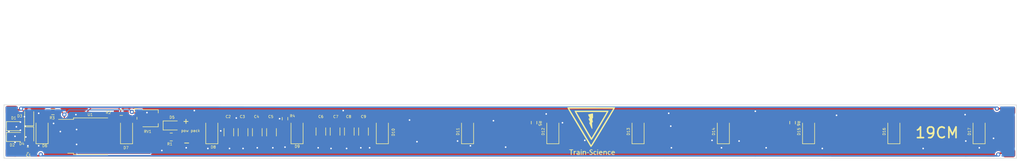
<source format=kicad_pcb>
(kicad_pcb (version 20221018) (generator pcbnew)
  (layers (0 "F.Cu" signal) (31 "B.Cu" signal) (34 "B.Paste" user) (35 "F.Paste" user) (36 "B.SilkS" user "B.Silkscreen") (37 "F.SilkS" user "F.Silkscreen") (38 "B.Mask" user) (39 "F.Mask" user) (44 "Edge.Cuts" user))
  (net 0 "")
  (net 1 "AC1")
  (net 2 "AC2")
  (net 3 "Net-(D5-A)")
  (net 4 "VCC")
  (net 5 "GND")
  (net 6 "Net-(D10-A)")
  (net 7 "Net-(D9-A)")
  (net 8 "Net-(D7-K)")
  (net 9 "Net-(D12-K)")
  (net 10 "Net-(D13-K)")
  (net 11 "/Vled")
  (net 12 "Net-(R2-Pad2)")
  (net 13 "Net-(U1-VO)")
  (net 14 "Net-(D6-K)")
  (net 15 "Net-(D6-A)")
  (net 16 "Net-(D10-K)")
  (net 17 "Net-(D12-A)")
  (net 18 "Net-(D15-K)")
  (net 19 "Net-(D15-A)")
  (net 20 "Net-(D16-K)")
  (footprint "Capacitor_SMD:C_0603_1608Metric" (layer "F.Cu") (at 22.479 98.425 180)
    (fp_text reference "C1" (at -0.127 -1.016 unlocked) (layer "F.SilkS") (effects (font (size 0.5 0.5) (thickness 0.075))))
    (fp_text value "100nF")
    (pad "1" smd roundrect (at -0.775 0 180) (size 0.9 0.95) (layers "F.Cu" "F.Paste" "F.Mask") (net 4 "VCC"))
    (pad "2" smd roundrect (at 0.775 0 180) (size 0.9 0.95) (layers "F.Cu" "F.Paste" "F.Mask") (net 5 "GND"))
  )
  (footprint "" (layer "F.Cu") (at 19.431 98.933)
    (fp_text reference "" (at 0 0 unlocked) (layer "F.SilkS") (effects (font (size 0.5 0.5) (thickness 0.075))))
    (fp_text value "" (at 0 0 unlocked) (layer "F.SilkS") (effects (font (size 0.5 0.5) (thickness 0.075))))
    (pad "1" smd roundrect (at 0 0 180) (size 2.286 1.524) (layers "F.Cu" "F.Paste" "F.Mask") (net 1 "AC1"))
  )
  (footprint "Capacitor_SMD:C_1206_3216Metric" (layer "F.Cu") (at 82.804 94.996 -90)
    (fp_text reference "C8" (at -2.794 0.127 unlocked) (layer "F.SilkS") (effects (font (size 0.5 0.5) (thickness 0.075))))
    (fp_text value "22uF")
    (pad "1" smd roundrect (at -1.475 0 270) (size 1.15 1.8) (layers "F.Cu" "F.Paste" "F.Mask") (roundrect_rratio 0.2173913043) (net 3 "Net-(D5-A)"))
    (pad "2" smd roundrect (at 1.475 0 270) (size 1.15 1.8) (layers "F.Cu" "F.Paste" "F.Mask") (roundrect_rratio 0.2173913043) (net 5 "GND"))
  )
  (footprint "LED_SMD:LED_1206_3216Metric" (layer "F.Cu") (at 41 95 90)
    (fp_text reference "D7" (at -3.044 -0.106 unlocked) (layer "F.SilkS") (effects (font (size 0.5 0.5) (thickness 0.075))))
    (fp_text value "LED")
    (pad "1" smd roundrect (at -1.4 0 90) (size 1.25 1.75) (layers "F.Cu" "F.Paste" "F.Mask") (roundrect_rratio 0.2) (net 8 "Net-(D7-K)"))
    (pad "2" smd roundrect (at 1.4 0 90) (size 1.25 1.75) (layers "F.Cu" "F.Paste" "F.Mask") (roundrect_rratio 0.2) (net 14 "Net-(D6-K)"))
  )
  (footprint "LED_SMD:LED_1206_3216Metric" (layer "F.Cu") (at 73 95 90)
    (fp_text reference "D9" (at -2.79 0.025 unlocked) (layer "F.SilkS") (effects (font (size 0.5 0.5) (thickness 0.075))))
    (fp_text value "LED")
    (pad "1" smd roundrect (at -1.4 0 90) (size 1.25 1.75) (layers "F.Cu" "F.Paste" "F.Mask") (roundrect_rratio 0.2) (net 6 "Net-(D10-A)"))
    (pad "2" smd roundrect (at 1.4 0 90) (size 1.25 1.75) (layers "F.Cu" "F.Paste" "F.Mask") (roundrect_rratio 0.2) (net 7 "Net-(D9-A)"))
  )
  (footprint "custom_kicad_lib_sk:Train-Science logo small" (layer "F.Cu") (at 128.27 94.996)
    (fp_text reference "G***" hide)
    (fp_text value "LOGO" hide)
  )
  (footprint "" (layer "F.Cu") (at 19.431 90.932)
    (fp_text reference "AC2" hide)
    (fp_text value "" (at 0 0 unlocked) (layer "F.SilkS") (effects (font (size 0.5 0.5) (thickness 0.075))))
    (pad "1" smd roundrect (at 0 0 180) (size 2.286 1.524) (layers "F.Cu" "F.Paste" "F.Mask") (net 2 "AC2"))
  )
  (footprint "custom_kicad_lib_sk:R_0603_smalltext" (layer "F.Cu") (at 27.178 91.313 180)
    (fp_text reference "R3" (at 0.15 -1.125 unlocked) (layer "F.SilkS") (effects (font (size 0.5 0.5) (thickness 0.075))))
    (fp_text value "10R")
    (pad "1" smd roundrect (at -0.9125 0 180) (size 0.975 0.95) (layers "F.Cu" "F.Paste" "F.Mask") (net 11 "/Vled"))
    (pad "2" smd roundrect (at 0.9125 0 180) (size 0.975 0.95) (layers "F.Cu" "F.Paste" "F.Mask") (net 15 "Net-(D6-A)"))
  )
  (footprint "custom_kicad_lib_sk:R_0603_smalltext" (layer "F.Cu") (at 165.989 93.3215 -90)
    (fp_text reference "R6" (at 0.15 -1.125 -90 unlocked) (layer "F.SilkS") (effects (font (size 0.5 0.5) (thickness 0.075))))
    (fp_text value "10R")
    (pad "1" smd roundrect (at -0.9125 0 270) (size 0.975 0.95) (layers "F.Cu" "F.Paste" "F.Mask") (net 11 "/Vled"))
    (pad "2" smd roundrect (at 0.9125 0 270) (size 0.975 0.95) (layers "F.Cu" "F.Paste" "F.Mask") (net 19 "Net-(D15-A)"))
  )
  (footprint "Capacitor_SMD:C_1206_3216Metric" (layer "F.Cu") (at 77.47 94.996 -90)
    (fp_text reference "C6" (at -2.794 0 unlocked) (layer "F.SilkS") (effects (font (size 0.5 0.5) (thickness 0.075))))
    (fp_text value "22uF")
    (pad "1" smd roundrect (at -1.475 0 270) (size 1.15 1.8) (layers "F.Cu" "F.Paste" "F.Mask") (roundrect_rratio 0.2173913043) (net 3 "Net-(D5-A)"))
    (pad "2" smd roundrect (at 1.475 0 270) (size 1.15 1.8) (layers "F.Cu" "F.Paste" "F.Mask") (roundrect_rratio 0.2173913043) (net 5 "GND"))
  )
  (footprint "" (layer "F.Cu") (at 206.629 91.059)
    (fp_text reference "" (at 0 0 unlocked) (layer "F.SilkS") (effects (font (size 0.5 0.5) (thickness 0.075))))
    (fp_text value "" (at 0 0 unlocked) (layer "F.SilkS") (effects (font (size 0.5 0.5) (thickness 0.075))))
    (pad "1" smd roundrect (at 0 0 180) (size 2.286 1.524) (layers "F.Cu" "F.Paste" "F.Mask") (net 2 "AC2"))
  )
  (footprint "LED_SMD:LED_1206_3216Metric" (layer "F.Cu") (at 25.146 94.996 90)
    (fp_text reference "D6" (at -2.667 0.508 unlocked) (layer "F.SilkS") (effects (font (size 0.5 0.5) (thickness 0.075))))
    (fp_text value "LED")
    (pad "1" smd roundrect (at -1.4 0 90) (size 1.25 1.75) (layers "F.Cu" "F.Paste" "F.Mask") (roundrect_rratio 0.2) (net 14 "Net-(D6-K)"))
    (pad "2" smd roundrect (at 1.4 0 90) (size 1.25 1.75) (layers "F.Cu" "F.Paste" "F.Mask") (roundrect_rratio 0.2) (net 15 "Net-(D6-A)"))
  )
  (footprint "LED_SMD:LED_1206_3216Metric" (layer "F.Cu") (at 121 95 90)
    (fp_text reference "D12" (at 0 -1.82 90 unlocked) (layer "F.SilkS") (effects (font (size 0.5 0.5) (thickness 0.075))))
    (fp_text value "LED")
    (pad "1" smd roundrect (at -1.4 0 90) (size 1.25 1.75) (layers "F.Cu" "F.Paste" "F.Mask") (roundrect_rratio 0.2) (net 9 "Net-(D12-K)"))
    (pad "2" smd roundrect (at 1.4 0 90) (size 1.25 1.75) (layers "F.Cu" "F.Paste" "F.Mask") (roundrect_rratio 0.2) (net 17 "Net-(D12-A)"))
  )
  (footprint "Capacitor_SMD:C_1206_3216Metric" (layer "F.Cu") (at 85.471 94.996 -90)
    (fp_text reference "C9" (at -2.794 0 unlocked) (layer "F.SilkS") (effects (font (size 0.5 0.5) (thickness 0.075))))
    (fp_text value "22uF")
    (pad "1" smd roundrect (at -1.475 0 270) (size 1.15 1.8) (layers "F.Cu" "F.Paste" "F.Mask") (roundrect_rratio 0.2173913043) (net 3 "Net-(D5-A)"))
    (pad "2" smd roundrect (at 1.475 0 270) (size 1.15 1.8) (layers "F.Cu" "F.Paste" "F.Mask") (roundrect_rratio 0.2173913043) (net 5 "GND"))
  )
  (footprint "" (layer "F.Cu") (at 206.629 99.06)
    (fp_text reference "" (at 0 0 unlocked) (layer "F.SilkS") (effects (font (size 0.5 0.5) (thickness 0.075))))
    (fp_text value "" (at 0 0 unlocked) (layer "F.SilkS") (effects (font (size 0.5 0.5) (thickness 0.075))))
    (pad "1" smd roundrect (at 0 0 180) (size 2.286 1.524) (layers "F.Cu" "F.Paste" "F.Mask") (net 1 "AC1"))
  )
  (footprint "custom_kicad_lib_sk:R_0603_smalltext" (layer "F.Cu") (at 117.475 93.3215 -90)
    (fp_text reference "R5" (at 0.15 -1.125 -90 unlocked) (layer "F.SilkS") (effects (font (size 0.5 0.5) (thickness 0.075))))
    (fp_text value "10R")
    (pad "1" smd roundrect (at -0.9125 0 270) (size 0.975 0.95) (layers "F.Cu" "F.Paste" "F.Mask") (net 11 "/Vled"))
    (pad "2" smd roundrect (at 0.9125 0 270) (size 0.975 0.95) (layers "F.Cu" "F.Paste" "F.Mask") (net 17 "Net-(D12-A)"))
  )
  (footprint "Diode_SMD:D_SOD-323" (layer "F.Cu") (at 22.733 92.295 90)
    (fp_text reference "D3" (at 0.22 -1.778 unlocked) (layer "F.SilkS") (effects (font (size 0.5 0.5) (thickness 0.075))))
    (fp_text value "1N4148WS")
    (pad "1" smd roundrect (at -1.05 0 90) (size 0.6 0.45) (layers "F.Cu" "F.Paste" "F.Mask") (net 4 "VCC"))
    (pad "2" smd roundrect (at 1.05 0 90) (size 0.6 0.45) (layers "F.Cu" "F.Paste" "F.Mask") (net 2 "AC2"))
  )
  (footprint "LED_SMD:LED_1206_3216Metric" (layer "F.Cu") (at 57 95 90)
    (fp_text reference "D8" (at -2.917 0.277 unlocked) (layer "F.SilkS") (effects (font (size 0.5 0.5) (thickness 0.075))))
    (fp_text value "LED")
    (pad "1" smd roundrect (at -1.4 0 90) (size 1.25 1.75) (layers "F.Cu" "F.Paste" "F.Mask") (roundrect_rratio 0.2) (net 5 "GND"))
    (pad "2" smd roundrect (at 1.4 0 90) (size 1.25 1.75) (layers "F.Cu" "F.Paste" "F.Mask") (roundrect_rratio 0.2) (net 8 "Net-(D7-K)"))
  )
  (footprint "Diode_SMD:D_SOD-323" (layer "F.Cu") (at 49.48 93.853)
    (fp_text reference "D5" (at 0.05 -1.524 unlocked) (layer "F.SilkS") (effects (font (size 0.5 0.5) (thickness 0.075))))
    (fp_text value "1N4148WS")
    (pad "1" smd roundrect (at -1.05 0) (size 0.6 0.45) (layers "F.Cu" "F.Paste" "F.Mask") (net 4 "VCC"))
    (pad "2" smd roundrect (at 1.05 0) (size 0.6 0.45) (layers "F.Cu" "F.Paste" "F.Mask") (net 3 "Net-(D5-A)"))
  )
  (footprint "LED_SMD:LED_1206_3216Metric" (layer "F.Cu") (at 169 95 90)
    (fp_text reference "D15" (at 0 -1.82 90 unlocked) (layer "F.SilkS") (effects (font (size 0.5 0.5) (thickness 0.075))))
    (fp_text value "LED")
    (pad "1" smd roundrect (at -1.4 0 90) (size 1.25 1.75) (layers "F.Cu" "F.Paste" "F.Mask") (roundrect_rratio 0.2) (net 18 "Net-(D15-K)"))
    (pad "2" smd roundrect (at 1.4 0 90) (size 1.25 1.75) (layers "F.Cu" "F.Paste" "F.Mask") (roundrect_rratio 0.2) (net 19 "Net-(D15-A)"))
  )
  (footprint "Capacitor_SMD:C_1206_3216Metric" (layer "F.Cu") (at 65.532 95.123 -90)
    (fp_text reference "C4" (at -2.921 0.127 unlocked) (layer "F.SilkS") (effects (font (size 0.5 0.5) (thickness 0.075))))
    (fp_text value "22uF")
    (pad "1" smd roundrect (at -1.475 0 270) (size 1.15 1.8) (layers "F.Cu" "F.Paste" "F.Mask") (roundrect_rratio 0.2173913043) (net 3 "Net-(D5-A)"))
    (pad "2" smd roundrect (at 1.475 0 270) (size 1.15 1.8) (layers "F.Cu" "F.Paste" "F.Mask") (roundrect_rratio 0.2173913043) (net 5 "GND"))
  )
  (footprint "Diode_SMD:D_SOD-323" (layer "F.Cu") (at 20.066 93.98)
    (fp_text reference "D1" (at -0.254 -1.524 unlocked) (layer "F.SilkS") (effects (font (size 0.5 0.5) (thickness 0.075))))
    (fp_text value "1N4148WS")
    (pad "1" smd roundrect (at -1.05 0) (size 0.6 0.45) (layers "F.Cu" "F.Paste" "F.Mask") (net 2 "AC2"))
    (pad "2" smd roundrect (at 1.05 0) (size 0.6 0.45) (layers "F.Cu" "F.Paste" "F.Mask") (net 5 "GND"))
  )
  (footprint "LED_SMD:LED_1206_3216Metric" (layer "F.Cu") (at 201 95 90)
    (fp_text reference "D17" (at 0 -1.82 90 unlocked) (layer "F.SilkS") (effects (font (size 0.5 0.5) (thickness 0.075))))
    (fp_text value "LED")
    (pad "1" smd roundrect (at -1.4 0 90) (size 1.25 1.75) (layers "F.Cu" "F.Paste" "F.Mask") (roundrect_rratio 0.2) (net 5 "GND"))
    (pad "2" smd roundrect (at 1.4 0 90) (size 1.25 1.75) (layers "F.Cu" "F.Paste" "F.Mask") (roundrect_rratio 0.2) (net 20 "Net-(D16-K)"))
  )
  (footprint "Package_TO_SOT_SMD:TO-252-2" (layer "F.Cu") (at 34.368 95.885)
    (fp_text reference "U1" (at -0.205 -4.064 unlocked) (layer "F.SilkS") (effects (font (size 0.5 0.5) (thickness 0.075))))
    (fp_text value "LM317_TO-252")
    (pad "1" smd roundrect (at -5.04 -2.28) (size 2.2 1.2) (layers "F.Cu" "F.Paste" "F.Mask") (roundrect_rratio 0.2083333333) (net 11 "/Vled"))
    (pad "2" smd roundrect (at -0.415 -1.525) (size 3.05 2.75) (layers "F.Cu" "F.Paste") (roundrect_rratio 0.09090909091) (net 13 "Net-(U1-VO)"))
    (pad "2" smd roundrect (at -0.415 1.525) (size 3.05 2.75) (layers "F.Cu" "F.Paste") (roundrect_rratio 0.09090909091) (net 13 "Net-(U1-VO)"))
    (pad "2" smd roundrect (at 1.26 0) (size 6.4 5.8) (layers "F.Cu" "F.Mask") (roundrect_rratio 0.04310293103) (net 13 "Net-(U1-VO)"))
    (pad "2" smd roundrect (at 2.935 -1.525) (size 3.05 2.75) (layers "F.Cu" "F.Paste") (roundrect_rratio 0.09090909091) (net 13 "Net-(U1-VO)"))
    (pad "2" smd roundrect (at 2.935 1.525) (size 3.05 2.75) (layers "F.Cu" "F.Paste") (roundrect_rratio 0.09090909091) (net 13 "Net-(U1-VO)"))
    (pad "3" smd roundrect (at -5.04 2.28) (size 2.2 1.2) (layers "F.Cu" "F.Paste" "F.Mask") (roundrect_rratio 0.2083333333) (net 4 "VCC"))
  )
  (footprint "LED_SMD:LED_1206_3216Metric" (layer "F.Cu") (at 89 95 90)
    (fp_text reference "D10" (at -0.123 2.059 90 unlocked) (layer "F.SilkS") (effects (font (size 0.5 0.5) (thickness 0.075))))
    (fp_text value "LED")
    (pad "1" smd roundrect (at -1.4 0 90) (size 1.25 1.75) (layers "F.Cu" "F.Paste" "F.Mask") (roundrect_rratio 0.2) (net 16 "Net-(D10-K)"))
    (pad "2" smd roundrect (at 1.4 0 90) (size 1.25 1.75) (layers "F.Cu" "F.Paste" "F.Mask") (roundrect_rratio 0.2) (net 6 "Net-(D10-A)"))
  )
  (footprint "" (layer "F.Cu") (at 54.253727 97.108918)
    (fp_text reference "" (at 0 0) (layer "F.SilkS") (effects (font (size 1.27 1.27))))
    (fp_text value "" (at 0 0) (layer "F.SilkS") (effects (font (size 1.27 1.27))))
    (pad "1" smd roundrect (at 0 0 180) (size 2.286 1.524) (layers "F.Cu" "F.Paste" "F.Mask") (net 5 "GND"))
  )
  (footprint "Diode_SMD:D_SOD-323" (layer "F.Cu") (at 22.733 95.724 -90)
    (fp_text reference "D4" (at 1.558 1.397 unlocked) (layer "F.SilkS") (effects (font (size 0.5 0.5) (thickness 0.075))))
    (fp_text value "1N4148WS")
    (pad "1" smd roundrect (at -1.05 0 270) (size 0.6 0.45) (layers "F.Cu" "F.Paste" "F.Mask") (net 4 "VCC"))
    (pad "2" smd roundrect (at 1.05 0 270) (size 0.6 0.45) (layers "F.Cu" "F.Paste" "F.Mask") (net 1 "AC1"))
  )
  (footprint "LED_SMD:LED_1206_3216Metric" (layer "F.Cu") (at 137 95 90)
    (fp_text reference "D13" (at 0 -1.82 90 unlocked) (layer "F.SilkS") (effects (font (size 0.5 0.5) (thickness 0.075))))
    (fp_text value "LED")
    (pad "1" smd roundrect (at -1.4 0 90) (size 1.25 1.75) (layers "F.Cu" "F.Paste" "F.Mask") (roundrect_rratio 0.2) (net 10 "Net-(D13-K)"))
    (pad "2" smd roundrect (at 1.4 0 90) (size 1.25 1.75) (layers "F.Cu" "F.Paste" "F.Mask") (roundrect_rratio 0.2) (net 9 "Net-(D12-K)"))
  )
  (footprint "custom_kicad_lib_sk:R_0603_smalltext" (layer "F.Cu") (at 40.005 91.44)
    (fp_text reference "R2" (at -2.413 0 unlocked) (layer "F.SilkS") (effects (font (size 0.5 0.5) (thickness 0.075))))
    (fp_text value "100R")
    (pad "1" smd roundrect (at -0.9125 0) (size 0.975 0.95) (layers "F.Cu" "F.Paste" "F.Mask") (net 13 "Net-(U1-VO)"))
    (pad "2" smd roundrect (at 0.9125 0) (size 0.975 0.95) (layers "F.Cu" "F.Paste" "F.Mask") (net 12 "Net-(R2-Pad2)"))
  )
  (footprint "Diode_SMD:D_SOD-323" (layer "F.Cu") (at 20.066 96.012)
    (fp_text reference "D2" (at -0.508 1.524 unlocked) (layer "F.SilkS") (effects (font (size 0.5 0.5) (thickness 0.075))))
    (fp_text value "1N4148WS")
    (pad "1" smd roundrect (at -1.05 0) (size 0.6 0.45) (layers "F.Cu" "F.Paste" "F.Mask") (net 1 "AC1"))
    (pad "2" smd roundrect (at 1.05 0) (size 0.6 0.45) (layers "F.Cu" "F.Paste" "F.Mask") (net 5 "GND"))
  )
  (footprint "Capacitor_SMD:C_1206_3216Metric" (layer "F.Cu") (at 68.199 95.123 -90)
    (fp_text reference "C5" (at -2.921 0.127 unlocked) (layer "F.SilkS") (effects (font (size 0.5 0.5) (thickness 0.075))))
    (fp_text value "22uF")
    (pad "1" smd roundrect (at -1.475 0 270) (size 1.15 1.8) (layers "F.Cu" "F.Paste" "F.Mask") (roundrect_rratio 0.2173913043) (net 3 "Net-(D5-A)"))
    (pad "2" smd roundrect (at 1.475 0 270) (size 1.15 1.8) (layers "F.Cu" "F.Paste" "F.Mask") (roundrect_rratio 0.2173913043) (net 5 "GND"))
  )
  (footprint "LED_SMD:LED_1206_3216Metric" (layer "F.Cu") (at 153 95 90)
    (fp_text reference "D14" (at 0 -1.82 90 unlocked) (layer "F.SilkS") (effects (font (size 0.5 0.5) (thickness 0.075))))
    (fp_text value "LED")
    (pad "1" smd roundrect (at -1.4 0 90) (size 1.25 1.75) (layers "F.Cu" "F.Paste" "F.Mask") (roundrect_rratio 0.2) (net 5 "GND"))
    (pad "2" smd roundrect (at 1.4 0 90) (size 1.25 1.75) (layers "F.Cu" "F.Paste" "F.Mask") (roundrect_rratio 0.2) (net 10 "Net-(D13-K)"))
  )
  (footprint "Potentiometer_SMD:Potentiometer_Bourns_TC33X_Vertical" (layer "F.Cu") (at 45.05 92.5)
    (fp_text reference "RV1" (at -0.092 2.496 unlocked) (layer "F.SilkS") (effects (font (size 0.5 0.5) (thickness 0.075))))
    (fp_text value "200R")
    (pad "1" smd rect (at -1.8 -1) (size 1.2 1.2) (layers "F.Cu" "F.Paste" "F.Mask") (net 11 "/Vled"))
    (pad "2" smd rect (at 1.45 0) (size 1.5 1.6) (layers "F.Cu" "F.Paste" "F.Mask") (net 11 "/Vled"))
    (pad "3" smd rect (at -1.8 1) (size 1.2 1.2) (layers "F.Cu" "F.Paste" "F.Mask") (net 12 "Net-(R2-Pad2)"))
  )
  (footprint "custom_kicad_lib_sk:R_0805_handsolder-smalltext" (layer "F.Cu") (at 49.387 96.012 180)
    (fp_text reference "R1" (at 0.275 -1.325 unlocked) (layer "F.SilkS") (effects (font (size 0.5 0.5) (thickness 0.075))))
    (fp_text value "100R")
    (pad "1" smd roundrect (at -1 0 180) (size 1.2 1.4) (layers "F.Cu" "F.Paste" "F.Mask") (roundrect_rratio 0.2083333333) (net 3 "Net-(D5-A)"))
    (pad "2" smd roundrect (at 1 0 180) (size 1.2 1.4) (layers "F.Cu" "F.Paste" "F.Mask") (roundrect_rratio 0.2083333333) (net 4 "VCC"))
  )
  (footprint "custom_kicad_lib_sk:R_0603_smalltext" (layer "F.Cu") (at 70.739 92.583 -90)
    (fp_text reference "R4" (at -0.508 -1.397 unlocked) (layer "F.SilkS") (effects (font (size 0.5 0.5) (thickness 0.075))))
    (fp_text value "10R")
    (pad "1" smd roundrect (at -0.9125 0 270) (size 0.975 0.95) (layers "F.Cu" "F.Paste" "F.Mask") (net 11 "/Vled"))
    (pad "2" smd roundrect (at 0.9125 0 270) (size 0.975 0.95) (layers "F.Cu" "F.Paste" "F.Mask") (net 7 "Net-(D9-A)"))
  )
  (footprint "" (layer "F.Cu") (at 54.102 93.091)
    (fp_text reference "" (at 0 0) (layer "F.SilkS") (effects (font (size 1.27 1.27))))
    (fp_text value "" (at 0 0) (layer "F.SilkS") (effects (font (size 1.27 1.27))))
    (pad "1" smd roundrect (at 0 0 180) (size 2.286 1.524) (layers "F.Cu" "F.Paste" "F.Mask") (net 3 "Net-(D5-A)"))
  )
  (footprint "Capacitor_SMD:C_1206_3216Metric" (layer "F.Cu") (at 62.865 95.123 -90)
    (fp_text reference "C3" (at -2.921 0.127 unlocked) (layer "F.SilkS") (effects (font (size 0.5 0.5) (thickness 0.075))))
    (fp_text value "22uF")
    (pad "1" smd roundrect (at -1.475 0 270) (size 1.15 1.8) (layers "F.Cu" "F.Paste" "F.Mask") (roundrect_rratio 0.2173913043) (net 3 "Net-(D5-A)"))
    (pad "2" smd roundrect (at 1.475 0 270) (size 1.15 1.8) (layers "F.Cu" "F.Paste" "F.Mask") (roundrect_rratio 0.2173913043) (net 5 "GND"))
  )
  (footprint "LED_SMD:LED_1206_3216Metric" (layer "F.Cu") (at 105 95 90)
    (fp_text reference "D11" (at 0 -1.82 90 unlocked) (layer "F.SilkS") (effects (font (size 0.5 0.5) (thickness 0.075))))
    (fp_text value "LED")
    (pad "1" smd roundrect (at -1.4 0 90) (size 1.25 1.75) (layers "F.Cu" "F.Paste" "F.Mask") (roundrect_rratio 0.2) (net 5 "GND"))
    (pad "2" smd roundrect (at 1.4 0 90) (size 1.25 1.75) (layers "F.Cu" "F.Paste" "F.Mask") (roundrect_rratio 0.2) (net 16 "Net-(D10-K)"))
  )
  (footprint "Capacitor_SMD:C_1206_3216Metric" (layer "F.Cu") (at 80.137 94.996 -90)
    (fp_text reference "C7" (at -2.794 -0.127 unlocked) (layer "F.SilkS") (effects (font (size 0.5 0.5) (thickness 0.075))))
    (fp_text value "22uF")
    (pad "1" smd roundrect (at -1.475 0 270) (size 1.15 1.8) (layers "F.Cu" "F.Paste" "F.Mask") (roundrect_rratio 0.2173913043) (net 3 "Net-(D5-A)"))
    (pad "2" smd roundrect (at 1.475 0 270) (size 1.15 1.8) (layers "F.Cu" "F.Paste" "F.Mask") (roundrect_rratio 0.2173913043) (net 5 "GND"))
  )
  (footprint "LED_SMD:LED_1206_3216Metric" (layer "F.Cu") (at 185 95 90)
    (fp_text reference "D16" (at 0 -1.82 90 unlocked) (layer "F.SilkS") (effects (font (size 0.5 0.5) (thickness 0.075))))
    (fp_text value "LED")
    (pad "1" smd roundrect (at -1.4 0 90) (size 1.25 1.75) (layers "F.Cu" "F.Paste" "F.Mask") (roundrect_rratio 0.2) (net 20 "Net-(D16-K)"))
    (pad "2" smd roundrect (at 1.4 0 90) (size 1.25 1.75) (layers "F.Cu" "F.Paste" "F.Mask") (roundrect_rratio 0.2) (net 18 "Net-(D15-K)"))
  )
  (footprint "Capacitor_SMD:C_1206_3216Metric" (layer "F.Cu") (at 60.198 95.123 -90)
    (fp_text reference "C2" (at -2.921 0.127 unlocked) (layer "F.SilkS") (effects (font (size 0.5 0.5) (thickness 0.075))))
    (fp_text value "22uF")
    (pad "1" smd roundrect (at -1.475 0 270) (size 1.15 1.8) (layers "F.Cu" "F.Paste" "F.Mask") (roundrect_rratio 0.2173913043) (net 3 "Net-(D5-A)"))
    (pad "2" smd roundrect (at 1.475 0 270) (size 1.15 1.8) (layers "F.Cu" "F.Paste" "F.Mask") (roundrect_rratio 0.2173913043) (net 5 "GND"))
  )
  (gr_line (start 142 99.987) (end 18 99.987) (stroke (width 0.1)) (layer "Edge.Cuts"))
  (gr_line (start 18 89.987) (end 18 99.987) (stroke (width 0.1)) (layer "Edge.Cuts"))
  (gr_line (start 208 100) (end 208 90) (stroke (width 0.1)) (layer "Edge.Cuts"))
  (gr_line (start 208 100) (end 142 99.987) (stroke (width 0.1)) (layer "Edge.Cuts"))
  (gr_line (start 208 90) (end 18 89.987) (stroke (width 0.1)) (layer "Edge.Cuts"))
  (gr_text "pow pack" (at 51.181 95.123) (layer "F.SilkS") (effects (font (size 0.5 0.5) (thickness 0.075)) (justify left bottom)))
  (gr_text "-" (at 51.562 97.663) (layer "F.SilkS") (effects (font (size 1 1)) (justify left bottom)))
  (gr_text "19CM" (at 188.849 96.393) (layer "F.SilkS") (effects (font (size 2 2) (thickness 0.3)) (justify left bottom)))
  (gr_text "+" (at 51.435 93.599) (layer "F.SilkS") (effects (font (size 1 1)) (justify left bottom)))
  (segment (start 20.035 99.537) (end 19.431 98.933) (width 0.3) (layer "F.Cu") (net 1))
  (segment (start 21.844 96.774) (end 19.685 98.933) (width 0.2) (layer "F.Cu") (net 1))
  (segment (start 22.733 96.774) (end 21.844 96.774) (width 0.2) (layer "F.Cu") (net 1))
  (segment (start 204.836883 99.06) (end 204.597053 99.29983) (width 0.3) (layer "F.Cu") (net 1))
  (segment (start 19.016 98.518) (end 19.431 98.933) (width 0.2) (layer "F.Cu") (net 1))
  (segment (start 19.685 98.933) (end 19.431 98.933) (width 0.2) (layer "F.Cu") (net 1))
  (segment (start 19.016 96.012) (end 19.016 98.518) (width 0.2) (layer "F.Cu") (net 1))
  (segment (start 24.892 99.2875) (end 24.6425 99.537) (width 0.3) (layer "F.Cu") (net 1))
  (segment (start 206.629 99.06) (end 204.836883 99.06) (width 0.3) (layer "F.Cu") (net 1))
  (segment (start 24.6425 99.537) (end 20.035 99.537) (width 0.3) (layer "F.Cu") (net 1))
  (via (at 204.597053 99.29983) (size 0.8) (drill 0.4) (layers "F.Cu" "B.Cu") (net 1))
  (via (at 24.892 99.2875) (size 0.8) (drill 0.4) (layers "F.Cu" "B.Cu") (net 1))
  (segment (start 68.199 99.537) (end 34.29 99.537) (width 0.3) (layer "B.Cu") (net 1))
  (segment (start 25.527 99.537) (end 25.1415 99.537) (width 0.3) (layer "B.Cu") (net 1))
  (segment (start 204.597053 99.29983) (end 204.347624 99.549259) (width 0.3) (layer "B.Cu") (net 1))
  (segment (start 25.1415 99.537) (end 24.892 99.2875) (width 0.3) (layer "B.Cu") (net 1))
  (segment (start 198.501129 99.54813) (end 159.004381 99.540349) (width 0.3) (layer "B.Cu") (net 1))
  (segment (start 159.001032 99.537) (end 108.839 99.537) (width 0.3) (layer "B.Cu") (net 1))
  (segment (start 204.347624 99.549259) (end 204.234741 99.549259) (width 0.3) (layer "B.Cu") (net 1))
  (segment (start 34.29 99.537) (end 25.527 99.537) (width 0.3) (layer "B.Cu") (net 1))
  (segment (start 159.004381 99.540349) (end 159.001032 99.537) (width 0.3) (layer "B.Cu") (net 1))
  (segment (start 108.839 99.537) (end 68.199 99.537) (width 0.3) (layer "B.Cu") (net 1))
  (segment (start 204.234741 99.549259) (end 198.501129 99.54813) (width 0.3) (layer "B.Cu") (net 1))
  (segment (start 21.767262 91.245) (end 21.208982 90.68672) (width 0.2) (layer "F.Cu") (net 2))
  (segment (start 20.963702 90.932) (end 21.208982 90.68672) (width 0.3) (layer "F.Cu") (net 2))
  (segment (start 19.431 90.932) (end 20.963702 90.932) (width 0.3) (layer "F.Cu") (net 2))
  (segment (start 19.016 93.98) (end 19.431 93.565) (width 0.2) (layer "F.Cu") (net 2))
  (segment (start 22.733 91.245) (end 21.767262 91.245) (width 0.2) (layer "F.Cu") (net 2))
  (segment (start 19.431 93.565) (end 19.431 90.932) (width 0.2) (layer "F.Cu") (net 2))
  (segment (start 206.26925 90.69925) (end 206.629 91.059) (width 0.3) (layer "F.Cu") (net 2))
  (segment (start 204.342963 90.69925) (end 206.26925 90.69925) (width 0.3) (layer "F.Cu") (net 2))
  (via (at 21.208982 90.68672) (size 0.8) (drill 0.4) (layers "F.Cu" "B.Cu") (net 2))
  (via (at 204.342963 90.69925) (size 0.8) (drill 0.4) (layers "F.Cu" "B.Cu") (net 2))
  (segment (start 28.180304 90.437696) (end 31.495982 90.437922) (width 0.3) (layer "B.Cu") (net 2))
  (segment (start 31.495982 90.437922) (end 80.263929 90.441259) (width 0.3) (layer "B.Cu") (net 2))
  (segment (start 99.186921 90.442554) (end 155.955929 90.446439) (width 0.3) (layer "B.Cu") (net 2))
  (segment (start 204.093393 90.44968) (end 204.342963 90.69925) (width 0.3) (layer "B.Cu") (net 2))
  (segment (start 155.955929 90.446439) (end 188.721937 90.448681) (width 0.3) (layer "B.Cu") (net 2))
  (segment (start 21.458006 90.437696) (end 28.180304 90.437696) (width 0.3) (layer "B.Cu") (net 2))
  (segment (start 80.263929 90.441259) (end 99.186921 90.442554) (width 0.3) (layer "B.Cu") (net 2))
  (segment (start 188.721937 90.448681) (end 203.32692 90.44968) (width 0.3) (layer "B.Cu") (net 2))
  (segment (start 203.32692 90.44968) (end 204.093393 90.44968) (width 0.3) (layer "B.Cu") (net 2))
  (segment (start 21.208982 90.68672) (end 21.458006 90.437696) (width 0.3) (layer "B.Cu") (net 2))
  (segment (start 68.404 93.853) (end 69.342 93.853) (width 0.2) (layer "F.Cu") (net 3))
  (segment (start 71.628 94.488) (end 71.665 94.525) (width 0.2) (layer "F.Cu") (net 3))
  (segment (start 68.199 93.648) (end 68.404 93.853) (width 0.2) (layer "F.Cu") (net 3))
  (segment (start 51.292 93.091) (end 50.53 93.853) (width 0.2) (layer "F.Cu") (net 3))
  (segment (start 50.387 93.996) (end 50.53 93.853) (width 0.2) (layer "F.Cu") (net 3))
  (segment (start 68.199 93.648) (end 60.198 93.648) (width 0.2) (layer "F.Cu") (net 3))
  (segment (start 57.852817 92.675) (end 54.518 92.675) (width 0.2) (layer "F.Cu") (net 3))
  (segment (start 74.639 94.525) (end 75.643 93.521) (width 0.2) (layer "F.Cu") (net 3))
  (segment (start 75.643 93.521) (end 77.47 93.521) (width 0.2) (layer "F.Cu") (net 3))
  (segment (start 60.198 93.648) (end 58.825817 93.648) (width 0.2) (layer "F.Cu") (net 3))
  (segment (start 69.342 93.853) (end 69.977 94.488) (width 0.2) (layer "F.Cu") (net 3))
  (segment (start 58.825817 93.648) (end 57.852817 92.675) (width 0.2) (layer "F.Cu") (net 3))
  (segment (start 71.665 94.525) (end 74.639 94.525) (width 0.2) (layer "F.Cu") (net 3))
  (segment (start 54.518 92.675) (end 54.102 93.091) (width 0.2) (layer "F.Cu") (net 3))
  (segment (start 50.387 96.012) (end 50.387 93.996) (width 0.2) (layer "F.Cu") (net 3))
  (segment (start 69.977 94.488) (end 71.628 94.488) (width 0.2) (layer "F.Cu") (net 3))
  (segment (start 85.471 93.521) (end 77.47 93.521) (width 0.2) (layer "F.Cu") (net 3))
  (segment (start 54.102 93.091) (end 51.292 93.091) (width 0.2) (layer "F.Cu") (net 3))
  (segment (start 22.733 93.345) (end 22.733 94.674) (width 0.2) (layer "F.Cu") (net 4))
  (segment (start 23.258 95.199) (end 23.258 98.421) (width 0.2) (layer "F.Cu") (net 4))
  (segment (start 48.387 96.012) (end 48.43 95.969) (width 0.2) (layer "F.Cu") (net 4))
  (segment (start 29.068 98.425) (end 23.254 98.425) (width 0.2) (layer "F.Cu") (net 4))
  (segment (start 29.328 98.165) (end 30.982 98.165) (width 0.2) (layer "F.Cu") (net 4))
  (segment (start 23.258 98.421) (end 23.254 98.425) (width 0.2) (layer "F.Cu") (net 4))
  (segment (start 31.902 99.085) (end 45.314 99.085) (width 0.2) (layer "F.Cu") (net 4))
  (segment (start 22.733 94.674) (end 23.258 95.199) (width 0.2) (layer "F.Cu") (net 4))
  (segment (start 30.982 98.165) (end 31.902 99.085) (width 0.2) (layer "F.Cu") (net 4))
  (segment (start 48.43 95.969) (end 48.43 93.853) (width 0.2) (layer "F.Cu") (net 4))
  (segment (start 29.328 98.165) (end 29.068 98.425) (width 0.2) (layer "F.Cu") (net 4))
  (segment (start 45.314 99.085) (end 48.387 96.012) (width 0.2) (layer "F.Cu") (net 4))
  (segment (start 22.466 97.663) (end 21.704 98.425) (width 0.2) (layer "F.Cu") (net 5))
  (segment (start 22.479 97.663) (end 22.466 97.663) (width 0.2) (layer "F.Cu") (net 5))
  (via (at 79.375 98.171) (size 0.5) (drill 0.3) (layers "F.Cu" "B.Cu") (net 5))
  (via (at 203.708 96.266) (size 0.5) (drill 0.3) (layers "F.Cu" "B.Cu") (net 5))
  (via (at 198.374 91.821) (size 0.5) (drill 0.3) (layers "F.Cu" "B.Cu") (net 5))
  (via (at 105.537 97.663) (size 0.5) (drill 0.3) (layers "F.Cu" "B.Cu") (net 5))
  (via (at 68.453 98.044) (size 0.5) (drill 0.3) (layers "F.Cu" "B.Cu") (net 5))
  (via (at 112.141 97.917) (size 0.5) (drill 0.3) (layers "F.Cu" "B.Cu") (net 5))
  (via (at 86.614 98.044) (size 0.5) (drill 0.3) (layers "F.Cu" "B.Cu") (net 5))
  (via (at 142.748 91.567) (size 0.5) (drill 0.3) (layers "F.Cu" "B.Cu") (net 5))
  (via (at 82.296 98.171) (size 0.5) (drill 0.3) (layers "F.Cu" "B.Cu") (net 5))
  (via (at 150.876 96.647) (size 0.5) (drill 0.3) (layers "F.Cu" "B.Cu") (net 5))
  (via (at 21.082 93.218) (size 0.5) (drill 0.3) (layers "F.Cu" "B.Cu") (net 5))
  (via (at 190.5 98.171) (size 0.5) (drill 0.3) (layers "F.Cu" "B.Cu") (net 5))
  (via (at 103.124 96.774) (size 0.5) (drill 0.3) (layers "F.Cu" "B.Cu") (net 5))
  (via (at 58.674 94.869) (size 0.5) (drill 0.3) (layers "F.Cu" "B.Cu") (net 5))
  (via (at 53.721 91.059) (size 0.5) (drill 0.3) (layers "F.Cu" "B.Cu") (net 5))
  (via (at 20.066 97.028) (size 0.5) (drill 0.3) (layers "F.Cu" "B.Cu") (net 5))
  (via (at 76.962 98.044) (size 0.5) (drill 0.3) (layers "F.Cu" "B.Cu") (net 5))
  (via (at 95.504 96.901) (size 0.5) (drill 0.3) (layers "F.Cu" "B.Cu") (net 5))
  (via (at 70.739 97.917) (size 0.5) (drill 0.3) (layers "F.Cu" "B.Cu") (net 5))
  (via (at 127 96.647) (size 0.5) (drill 0.3) (layers "F.Cu" "B.Cu") (net 5))
  (via (at 60.325 98.171) (size 0.5) (drill 0.3) (layers "F.Cu" "B.Cu") (net 5))
  (via (at 62.865 98.171) (size 0.5) (drill 0.3) (layers "F.Cu" "B.Cu") (net 5))
  (via (at 109.855 92.964) (size 0.5) (drill 0.3) (layers "F.Cu" "B.Cu") (net 5))
  (via (at 143.129 93.98) (size 0.5) (drill 0.3) (layers "F.Cu" "B.Cu") (net 5))
  (via (at 22.479 97.663) (size 0.5) (drill 0.3) (layers "F.Cu" "B.Cu") (net 5))
  (via (at 31.623 94.615) (size 0.5) (drill 0.3) (layers "F.Cu" "B.Cu") (net 5))
  (via (at 198.501 96.774) (size 0.5) (drill 0.3) (layers "F.Cu" "B.Cu") (net 5))
  (via (at 201.041 98.044) (size 0.5) (drill 0.3) (layers "F.Cu" "B.Cu") (net 5))
  (via (at 56.261 98.171) (size 0.5) (drill 0.3) (layers "F.Cu" "B.Cu") (net 5))
  (via (at 31.496 91.821) (size 0.5) (drill 0.3) (layers "F.Cu" "B.Cu") (net 5))
  (via (at 20.32 94.107) (size 0.5) (drill 0.3) (layers "F.Cu" "B.Cu") (net 5))
  (via (at 44.831 91.44) (size 0.5) (drill 0.3) (layers "F.Cu" "B.Cu") (net 5))
  (via (at 21.844 92.202) (size 0.5) (drill 0.3) (layers "F.Cu" "B.Cu") (net 5))
  (via (at 94.107 92.837) (size 0.5) (drill 0.3) (layers "F.Cu" "B.Cu") (net 5))
  (via (at 21.082 94.742) (size 0.5) (drill 0.3) (layers "F.Cu" "B.Cu") (net 5))
  (via (at 24.511 91.567) (size 0.5) (drill 0.3) (layers "F.Cu" "B.Cu") (net 5))
  (via (at 24.511 97.663) (size 0.5) (drill 0.3) (layers "F.Cu" "B.Cu") (net 5))
  (via (at 119.761 91.694) (size 0.5) (drill 0.3) (layers "F.Cu" "B.Cu") (net 5))
  (via (at 21.971 93.98) (size 0.5) (drill 0.3) (layers "F.Cu" "B.Cu") (net 5))
  (via (at 18.923 94.996) (size 0.5) (drill 0.3) (layers "F.Cu" "B.Cu") (net 5))
  (via (at 171.577 98.171) (size 0.5) (drill 0.3) (layers "F.Cu" "B.Cu") (net 5))
  (via (at 69.723 92.583) (size 0.5) (drill 0.3) (layers "F.Cu" "B.Cu") (net 5))
  (via (at 161.036 98.044) (size 0.5) (drill 0.3) (layers "F.Cu" "B.Cu") (net 5))
  (via (at 20.066 95.885) (size 0.5) (drill 0.3) (layers "F.Cu" "B.Cu") (net 5))
  (via (at 65.532 98.044) (size 0.5) (drill 0.3) (layers "F.Cu" "B.Cu") (net 5))
  (via (at 84.963 98.044) (size 0.5) (drill 0.3) (layers "F.Cu" "B.Cu") (net 5))
  (via (at 27.305 93.472) (size 0.5) (drill 0.3) (layers "F.Cu" "B.Cu") (net 5))
  (via (at 52.197 98.044) (size 0.5) (drill 0.3) (layers "F.Cu" "B.Cu") (net 5))
  (via (at 143.256 98.044) (size 0.5) (drill 0.3) (layers "F.Cu" "B.Cu") (net 5))
  (via (at 31.623 97.409) (size 0.5) (drill 0.3) (layers "F.Cu" "B.Cu") (net 5))
  (via (at 61.595 92.456) (size 0.5) (drill 0.3) (layers "F.Cu" "B.Cu") (net 5))
  (via (at 122.809 93.345) (size 0.5) (drill 0.3) (layers "F.Cu" "B.Cu") (net 5))
  (via (at 81.661 91.059) (size 0.5) (drill 0.3) (layers "F.Cu" "B.Cu") (net 5))
  (via (at 159.004 91.186) (size 0.5) (drill 0.3) (layers "F.Cu" "B.Cu") (net 5))
  (via (at 22.098 96.012) (size 0.5) (drill 0.3) (layers "F.Cu" "B.Cu") (net 5))
  (via (at 47.625 98.552) (size 0.5) (drill 0.3) (layers "F.Cu" "B.Cu") (net 5))
  (via (at 152.654 98.044) (size 0.5) (drill 0.3) (layers "F.Cu" "B.Cu") (net 5))
  (via (at 174.244 91.948) (size 0.5) (drill 0.3) (layers "F.Cu" "B.Cu") (net 5))
  (via (at 155.956 96.774) (size 0.5) (drill 0.3) (layers "F.Cu" "B.Cu") (net 5))
  (via (at 28.575 94.996) (size 0.5) (drill 0.3) (layers "F.Cu" "B.Cu") (net 5))
  (segment (start 87.004 95.596) (end 73.804 95.596) (width 0.2) (layer "F.Cu") (net 6))
  (segment (start 89 93.6) (end 87.004 95.596) (width 0.2) (layer "F.Cu") (net 6))
  (segment (start 73.804 95.596) (end 73 96.4) (width 0.2) (layer "F.Cu") (net 6))
  (segment (start 70.8435 93.6) (end 70.739 93.4955) (width 0.2) (layer "F.Cu") (net 7))
  (segment (start 73 93.6) (end 70.8435 93.6) (width 0.2) (layer "F.Cu") (net 7))
  (segment (start 41 96.4) (end 44.75 96.4) (width 0.2) (layer "F.Cu") (net 8))
  (segment (start 51.324 97.012) (end 52.324 96.012) (width 0.2) (layer "F.Cu") (net 8))
  (segment (start 47.822 93.328) (end 48.788363 93.328) (width 0.2) (layer "F.Cu") (net 8))
  (segment (start 56.768 93.6) (end 57 93.6) (width 0.2) (layer "F.Cu") (net 8))
  (segment (start 48.788363 93.328) (end 49.487 94.026637) (width 0.2) (layer "F.Cu") (net 8))
  (segment (start 49.809183 97.012) (end 51.324 97.012) (width 0.2) (layer "F.Cu") (net 8))
  (segment (start 52.324 96.012) (end 54.356 96.012) (width 0.2) (layer "F.Cu") (net 8))
  (segment (start 49.487 94.026637) (end 49.487 96.689817) (width 0.2) (layer "F.Cu") (net 8))
  (segment (start 49.487 96.689817) (end 49.809183 97.012) (width 0.2) (layer "F.Cu") (net 8))
  (segment (start 44.75 96.4) (end 47.822 93.328) (width 0.2) (layer "F.Cu") (net 8))
  (segment (start 54.356 96.012) (end 56.768 93.6) (width 0.2) (layer "F.Cu") (net 8))
  (segment (start 137 93.6) (end 124.078 93.6) (width 0.2) (layer "F.Cu") (net 9))
  (segment (start 121.278 96.4) (end 121 96.4) (width 0.2) (layer "F.Cu") (net 9))
  (segment (start 124.078 93.6) (end 121.278 96.4) (width 0.2) (layer "F.Cu") (net 9))
  (segment (start 153 93.6) (end 152.78 93.6) (width 0.2) (layer "F.Cu") (net 10))
  (segment (start 149.98 96.4) (end 137 96.4) (width 0.2) (layer "F.Cu") (net 10))
  (segment (start 152.78 93.6) (end 149.98 96.4) (width 0.2) (layer "F.Cu") (net 10))
  (segment (start 70.739 91.6705) (end 116.7365 91.6705) (width 0.2) (layer "F.Cu") (net 11))
  (segment (start 117.475 92.409) (end 165.989 92.409) (width 0.2) (layer "F.Cu") (net 11))
  (segment (start 42.1915 91.5) (end 43.25 91.5) (width 0.2) (layer "F.Cu") (net 11))
  (segment (start 44.25 92.5) (end 46.5 92.5) (width 0.2) (layer "F.Cu") (net 11))
  (segment (start 42.0045 91.313) (end 42.1915 91.5) (width 0.2) (layer "F.Cu") (net 11))
  (segment (start 29.328 93.605) (end 29.328 91.812) (width 0.2) (layer "F.Cu") (net 11))
  (segment (start 116.7365 91.6705) (end 117.475 92.409) (width 0.2) (layer "F.Cu") (net 11))
  (segment (start 47.3295 91.6705) (end 70.739 91.6705) (width 0.2) (layer "F.Cu") (net 11))
  (segment (start 28.829 91.313) (end 28.0905 91.313) (width 0.2) (layer "F.Cu") (net 11))
  (segment (start 43.25 91.5) (end 44.25 92.5) (width 0.2) (layer "F.Cu") (net 11))
  (segment (start 46.5 92.5) (end 47.3295 91.6705) (width 0.2) (layer "F.Cu") (net 11))
  (segment (start 29.328 91.812) (end 28.829 91.313) (width 0.2) (layer "F.Cu") (net 11))
  (via (at 42.0045 91.313) (size 0.8) (drill 0.4) (layers "F.Cu" "B.Cu") (net 11))
  (via (at 29.328 91.812) (size 0.8) (drill 0.4) (layers "F.Cu" "B.Cu") (net 11))
  (segment (start 41.6235 90.932) (end 30.208 90.932) (width 0.2) (layer "B.Cu") (net 11))
  (segment (start 42.0045 91.313) (end 41.6235 90.932) (width 0.2) (layer "B.Cu") (net 11))
  (segment (start 30.208 90.932) (end 29.328 91.812) (width 0.2) (layer "B.Cu") (net 11))
  (segment (start 41.3045 91.4695) (end 41.275 91.44) (width 0.2) (layer "F.Cu") (net 12))
  (segment (start 43.25 93.415) (end 41.848 92.013) (width 0.2) (layer "F.Cu") (net 12))
  (segment (start 41.594 92.013) (end 41.3045 91.7235) (width 0.2) (layer "F.Cu") (net 12))
  (segment (start 41.3045 91.7235) (end 41.3045 91.4695) (width 0.2) (layer "F.Cu") (net 12))
  (segment (start 41.275 91.44) (end 40.9175 91.44) (width 0.2) (layer "F.Cu") (net 12))
  (segment (start 41.848 92.013) (end 41.594 92.013) (width 0.2) (layer "F.Cu") (net 12))
  (segment (start 43.25 93.5) (end 43.25 93.415) (width 0.2) (layer "F.Cu") (net 12))
  (segment (start 37.339 94.36) (end 37.303 94.36) (width 0.2) (layer "F.Cu") (net 13))
  (segment (start 39.0925 91.44) (end 39.0925 92.6065) (width 0.2) (layer "F.Cu") (net 13))
  (segment (start 39.0925 92.6065) (end 37.339 94.36) (width 0.2) (layer "F.Cu") (net 13))
  (segment (start 28.514817 96.396) (end 25.146 96.396) (width 0.2) (layer "F.Cu") (net 14))
  (segment (start 39.45114 90.551) (end 34.359817 90.551) (width 0.2) (layer "F.Cu") (net 14))
  (segment (start 41 93.6) (end 39.88 92.48) (width 0.2) (layer "F.Cu") (net 14))
  (segment (start 34.359817 90.551) (end 28.514817 96.396) (width 0.2) (layer "F.Cu") (net 14))
  (segment (start 39.88 92.48) (end 39.88 90.97986) (width 0.2) (layer "F.Cu") (net 14))
  (segment (start 39.88 90.97986) (end 39.45114 90.551) (width 0.2) (layer "F.Cu") (net 14))
  (segment (start 25.146 93.596) (end 25.276 93.596) (width 0.2) (layer "F.Cu") (net 15))
  (segment (start 25.276 93.596) (end 26.2655 92.6065) (width 0.2) (layer "F.Cu") (net 15))
  (segment (start 26.2655 92.6065) (end 26.2655 91.313) (width 0.2) (layer "F.Cu") (net 15))
  (segment (start 95.63 93.6) (end 105 93.6) (width 0.2) (layer "F.Cu") (net 16))
  (segment (start 89 96.4) (end 92.83 96.4) (width 0.2) (layer "F.Cu") (net 16))
  (segment (start 92.83 96.4) (end 95.63 93.6) (width 0.2) (layer "F.Cu") (net 16))
  (segment (start 121 93.6) (end 118.109 93.6) (width 0.2) (layer "F.Cu") (net 17))
  (segment (start 118.109 93.6) (end 117.475 94.234) (width 0.2) (layer "F.Cu") (net 17))
  (segment (start 182.2 96.4) (end 169 96.4) (width 0.2) (layer "F.Cu") (net 18))
  (segment (start 185 93.6) (end 182.2 96.4) (width 0.2) (layer "F.Cu") (net 18))
  (segment (start 166.623 93.6) (end 165.989 94.234) (width 0.2) (layer "F.Cu") (net 19))
  (segment (start 169 93.6) (end 166.623 93.6) (width 0.2) (layer "F.Cu") (net 19))
  (segment (start 201 93.6) (end 187.8 93.6) (width 0.2) (layer "F.Cu") (net 20))
  (segment (start 187.8 93.6) (end 185 96.4) (width 0.2) (layer "F.Cu") (net 20))
  (zone (net 5) (net_name "GND") (layers "F&B.Cu") (connect_pads (clearance 0.25)) (min_thickness 0.25) (fill yes (thermal_gap 0.5) (thermal_bridge_width 0.5))
    (polygon (pts (xy 17.25 89.487) (xy 208.951 88.741) (xy 209.451 100.741) (xy 17.25 100.487)))
  )
)
</source>
